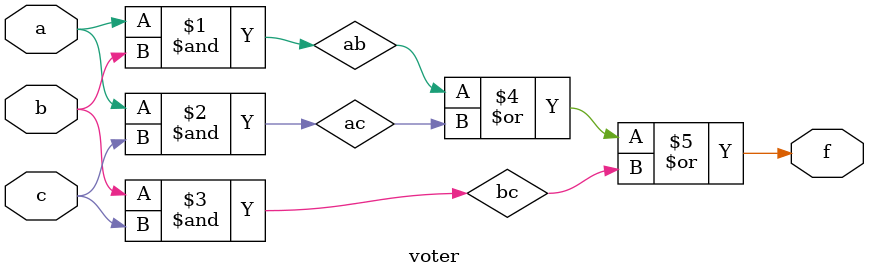
<source format=v>
`timescale 1ns / 1ps

module voter(
       input a,
       input b,
       input c,
       output f

    );
wire ab,ac,bc;
and and1(ab,a,b);
and and2(ac,a,c);
and and3(bc,b,c);
    
or or1(f,ab,ac,bc);
    
endmodule

</source>
